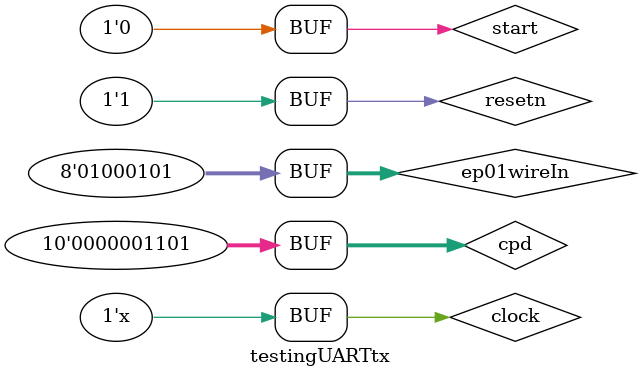
<source format=v>
`timescale 1us / 1ps

module testingUARTtx;

	// Inputs
	reg clock;
	reg resetn;
	reg start;
	reg [7:0] ep01wireIn;
	reg [9:0] cpd;

	// Outputs
	wire fpga_txd;
	wire done;
	wire l_tx_timer, rn_tx_timer;
	wire [2:0] c;
	wire [2:0] n;

	// Instantiate the Unit Under Test (UUT)
	UART_tx uut(
		.clk(clock), 
		.resetn(resetn), 
		.start(start), 
		.cycles_per_databit(cpd), 
		.tx_line(fpga_txd), 
		.tx_data(ep01wireIn), 
		.tx_done(done)
	);
	
	always begin
		#1 clock = !clock;
	end

	initial begin
		// Initialize Inputs
		clock = 0;
		resetn = 0;
		ep01wireIn = 8'h00;
		start = 0;

		// Wait 100 us for global reset to finish
		#100;
        
		// Add stimulus here
		#0 ep01wireIn = 8'h45;
		#0 resetn = 1'b1;
		
		#10 cpd = 10'h00d;
		
		#50 start = 1'b1;
		
		#150 start = 1'b0;
	end
	
endmodule


</source>
